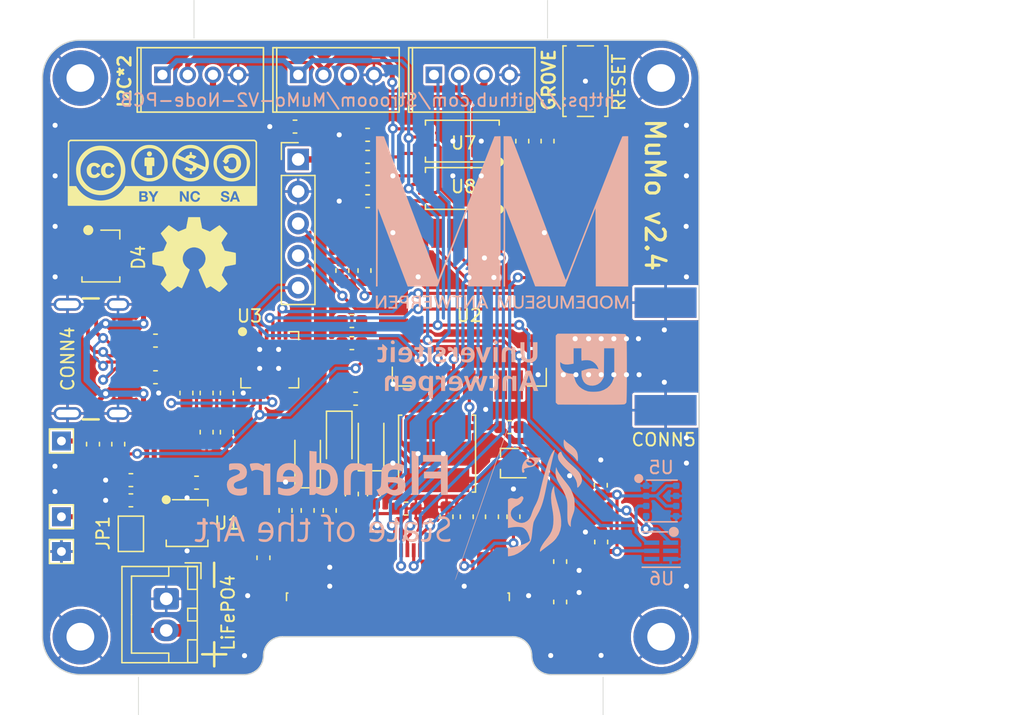
<source format=kicad_pcb>
(kicad_pcb (version 20221018) (generator pcbnew)
  (title_block (comment 4 "AISLER Project ID: WJAGVHFZ"))
  (layers (0 "F.Cu" signal) (31 "B.Cu" signal) (34 "B.Paste" user) (35 "F.Paste" user) (36 "B.SilkS" user "B.Silkscreen") (37 "F.SilkS" user "F.Silkscreen") (38 "B.Mask" user) (39 "F.Mask" user) (44 "Edge.Cuts" user))
  (net 0 "")
  (net 1 "GND")
  (net 2 "VGH")
  (net 3 "VSH")
  (net 4 "VSL")
  (net 5 "VGL")
  (net 6 "VCOM")
  (net 7 "PREVGH")
  (net 8 "Net-(CONN3-Pin_18)")
  (net 9 "GATE-DRIVE")
  (net 10 "DISPLAY-RESET")
  (net 11 "DISPLAY-D{slash}C")
  (net 12 "DISPLAY-CS")
  (net 13 "SPI2-SCK")
  (net 14 "SPI2-MOSI")
  (net 15 "CURRENT-SENSE")
  (net 16 "VBUS")
  (net 17 "PREVGL")
  (net 18 "I2C2-SCL")
  (net 19 "I2C2-SDA")
  (net 20 "Net-(D1-A)")
  (net 21 "Net-(D3-A)")
  (net 22 "Net-(JP1-A)")
  (net 26 "SWO")
  (net 28 "Net-(U1-PROG)")
  (net 29 "Net-(CONN5-In)")
  (net 33 "SWDIO")
  (net 34 "SWCLK")
  (net 35 "3V")
  (net 36 "RST")
  (net 37 "D-")
  (net 38 "D+")
  (net 39 "WRITE-PROTECT")
  (net 40 "DISPLAY-BUSY")
  (net 41 "+BATT")
  (net 42 "MCU-RESET")
  (net 43 "UART1-TX")
  (net 44 "UART1-RX")
  (net 45 "UART2-RX")
  (net 46 "UART2-TX")
  (net 66 "Net-(CONN4-CC1)")
  (net 68 "Net-(CONN4-CC2)")
  (net 70 "+5V")
  (footprint "thisProjectLibrary:0603_1608Metric" (layer "F.Cu") (at 168.7808 70.308 180)
    (fp_text reference "C2" hide)
    (fp_text value "100n")
  )
  (footprint "thisProjectLibrary:0603_1608Metric" (layer "F.Cu") (at 168.5308 75.808 -90)
    (fp_text reference "C3" hide)
    (fp_text value "100n")
  )
  (footprint "thisProjectLibrary:0603_1608Metric" (layer "F.Cu") (at 183.0308 65.558 90)
    (fp_text reference "C8" hide)
    (fp_text value "100n")
  )
  (footprint "thisProjectLibrary:0603_1608Metric" (layer "F.Cu") (at 187.2488 92.8116 90)
    (fp_text reference "C1" hide)
    (fp_text value "100n")
  )
  (footprint "thisProjectLibrary:0603_1608Metric" (layer "F.Cu") (at 167.5308 93.508 -90)
    (fp_text reference "C18" hide)
    (fp_text value "1uF")
  )
  (footprint "thisProjectLibrary:0603_1608Metric" (layer "F.Cu") (at 181.0308 69.308 -90)
    (fp_text reference "R9" hide)
    (fp_text value "5K1")
  )
  (footprint "Diode_SMD:D_SMF" (layer "F.Cu") (at 169.0558 89.308 90)
    (fp_text reference "D3" hide)
    (fp_text value "SS1FL3HM3/H" hide)
  )
  (footprint "thisProjectLibrary:0603_1608Metric" (layer "F.Cu") (at 151.9808 84.258 180)
    (fp_text reference "R7" hide)
    (fp_text value "5K1")
  )
  (footprint "Connector_PinHeader_2.54mm:PinHeader_1x05_P2.54mm_Vertical" (layer "F.Cu") (at 163.2808 67.008)
    (fp_text reference "CONN1" hide)
    (fp_text value "DEBUG-SWD" hide)
  )
  (footprint "thisProjectLibrary:DFN10 - MCP73123" (layer "F.Cu") (at 154.4808 95.808 -90)
    (fp_text reference "U1")
    (fp_text value "MCP73123T-22SI/MF")
  )
  (footprint "TestPoint:TestPoint_THTPad_1.5x1.5mm_Drill0.7mm" (layer "F.Cu") (at 144.5308 95.308)
    (fp_text reference "TP2" hide)
    (fp_text value "testPad" hide)
  )
  (footprint "thisProjectLibrary:0603_1608Metric" (layer "F.Cu") (at 164.0308 94.808 -90)
    (fp_text reference "C17" hide)
    (fp_text value "1uF")
  )
  (footprint "thisProjectLibrary:TSSOP-B8" (layer "F.Cu") (at 176.2808 65.558 180)
    (fp_text reference "U7")
    (fp_text value "BR24G512FVT-5AE2" hide)
  )
  (footprint "Package_TO_SOT_SMD:SOT-323_SC-70" (layer "F.Cu") (at 180.0308 91.058 180)
    (fp_text reference "Q1" hide)
    (fp_text value "PJC7400" hide)
  )
  (footprint "thisProjectLibrary:0603_1608Metric" (layer "F.Cu") (at 160.5308 98.558 90)
    (fp_text reference "C23" hide)
    (fp_text value "4u7")
  )
  (footprint "thisProjectLibrary:0603_1608Metric" (layer "F.Cu") (at 156.0308 85.508 -90)
    (fp_text reference "C30" hide)
    (fp_text value "4u7")
  )
  (footprint "thisProjectLibrary:0603_1608Metric" (layer "F.Cu") (at 157.6308 88.608 -90)
    (fp_text reference "C6" hide)
    (fp_text value "100n")
  )
  (footprint "Jumper:SolderJumper-2_P1.3mm_Bridged2Bar_Pad1.0x1.5mm" (layer "F.Cu") (at 150.0308 96.658 -90)
    (fp_text reference "JP1")
    (fp_text value "Cut to disable charging" hide)
  )
  (footprint "Diode_SMD:D_SMF" (layer "F.Cu") (at 164.0308 90.658 90)
    (fp_text reference "D1" hide)
    (fp_text value "SS1FL3HM3/H" hide)
  )
  (footprint "thisProjectLibrary:L_TDK_VLS6045EX" (layer "F.Cu") (at 174.2808 90.308 90)
    (fp_text reference "L1" hide)
    (fp_text value "47uH")
  )
  (footprint "thisProjectLibrary:0603_1608Metric" (layer "F.Cu") (at 175.0308 95.308 -90)
    (fp_text reference "C12" hide)
    (fp_text value "1uF")
  )
  (footprint "thisProjectLibrary:Molex-2171790001" (layer "F.Cu") (at 144.8308 82.808 -90)
    (fp_text reference "CONN4")
    (fp_text value "217179-0001")
  )
  (footprint "thisProjectLibrary:0603_1608Metric" (layer "F.Cu") (at 156.0308 88.608 -90)
    (fp_text reference "C29" hide)
    (fp_text value "4u7")
  )
  (footprint "thisProjectLibrary:0603_1608Metric" (layer "F.Cu") (at 168.7808 68.558 180)
    (fp_text reference "C27" hide)
    (fp_text value "4u7")
  )
  (footprint "Symbol:OSHW-Symbol_6.7x6mm_SilkScreen" (layer "F.Cu") (at 155.0308 74.558)
    (fp_text reference "U4" hide)
    (fp_text value "eInk_Display_1.54\"200x200px" hide)
  )
  (footprint "Diode_SMD:D_SMF" (layer "F.Cu") (at 166.5308 89.308 -90)
    (fp_text reference "D2" hide)
    (fp_text value "SS1FL3HM3/H" hide)
  )
  (footprint "thisProjectLibrary:0603_1608Metric" (layer "F.Cu") (at 168.7808 65.058 180)
    (fp_text reference "C24" hide)
    (fp_text value "4u7")
  )
  (footprint "thisProjectLibrary:0603_1608Metric" (layer "F.Cu") (at 147.0308 89.558 -90)
    (fp_text reference "R5" hide)
    (fp_text value "22K1")
  )
  (footprint "thisProjectLibrary:0603_1608Metric" (layer "F.Cu") (at 169.2808 93.508 -90)
    (fp_text reference "C14" hide)
    (fp_text value "1uF")
  )
  (footprint "thisProjectLibrary:0603_1608Metric" (layer "F.Cu") (at 165.7808 94.808 -90)
    (fp_text reference "C15" hide)
    (fp_text value "1uF")
  )
  (footprint "thisProjectLibrary:0603_1608Metric" (layer "F.Cu") (at 149.0308 89.558 90)
    (fp_text reference "R6" hide)
    (fp_text value "47K5")
  )
  (footprint "thisProjectLibrary:cc-logo" (layer "F.Cu") (at 152.5308 68.058)
    (fp_text reference "G***" hide)
    (fp_text value "LOGO" hide)
  )
  (footprint "thisProjectLibrary:0603_1608Metric" (layer "F.Cu") (at 151.9808 81.358 180)
    (fp_text reference "R8" hide)
    (fp_text value "5K1")
  )
  (footprint "thisProjectLibrary:0603_1608Metric" (layer "F.Cu") (at 155.2308 92.608 180)
    (fp_text reference "R2" hide)
    (fp_text value "3K3")
  )
  (footprint "thisProjectLibrary:Grove_Vertical" (layer "F.Cu") (at 177.0308 60.308)
    (fp_text reference "CONN6" hide)
    (fp_text value "Grove Vertical THT")
  )
  (footprint "thisProjectLibrary:0603_1608Metric" (layer "F.Cu") (at 184.0308 98.858 -90)
    (fp_text reference "C21" hide)
    (fp_text value "4u7")
  )
  (footprint "thisProjectLibrary:0603_1608Metric" (layer "F.Cu") (at 150.0308 94.008 180)
    (fp_text reference "C42" hide)
    (fp_text value "10uF")
  )
  (footprint "Fiducial:Fiducial_0.75mm_Mask1.5mm" (layer "F.Cu") (at 192.0308 100.808)
    (fp_text reference "F3" hide)
    (fp_text value "Fiducial" hide)
  )
  (footprint "thisProjectLibrary:SP0503BAHTG-SOT143" (layer "F.Cu") (at 147.6558 74.808 -90)
    (fp_text reference "D4")
    (fp_text value "SP0503BAHTG")
  )
  (footprint "thisProjectLibrary:TSSOP-B8" (layer "F.Cu") (at 176.2808 69.308 180)
    (fp_text reference "U8")
    (fp_text value "BR24G512FVT-5AE2" hide)
  )
  (footprint "Connector_JST:JST_XH_B2B-XH-A_1x02_P2.50mm_Vertical" (layer "F.Cu") (at 152.8308 101.808 -90)
    (fp_text reference "CONN2" hide)
    (fp_text value "B2B-XH-A(LF)(SN)" hide)
  )
  (footprint "thisProjectLibrary:0603_1608Metric" (layer "F.Cu") (at 167.5308 79.808)
    (fp_text reference "R11" hide)
    (fp_text value "5K1")
  )
  (footprint "thisProjectLibrary:0603_1608Metric" (layer "F.Cu") (at 166.7808 75.808 -90)
    (fp_text reference "C26" hide)
    (fp_text value "4u7")
  )
  (footprint "thisProjectLibrary:0603_1608Metric" (layer "F.Cu") (at 178.6308 95.308 -90)
    (fp_text reference "R1" hide)
    (fp_text value "2R2")
  )
  (footprint "thisProjectLibrary:LoRa-E5" (layer "F.Cu") (at 176.8308 78.858)
    (fp_text reference "U2")
    (fp_text value "LoRa-E5")
  )
  (footprint "Fiducial:Fiducial_0.75mm_Mask1.5mm" (layer "F.Cu") (at 145.5308 100.808)
    (fp_text reference "F2" hide)
    (fp_text value "Fiducial" hide)
  )
  (footprint "thisProjectLibrary:0603_1608Metric" (layer "F.Cu") (at 187.2808 97.308 90)
    (fp_text reference "C5" hide)
    (fp_text value "100n")
  )
  (footprint "thisProjectLibrary:SW_SPST_PTS815" (layer "F.Cu") (at 186.0308 60.808 90)
    (fp_text reference "SW1" hide)
    (fp_text value "Reset" hide)
  )
  (footprint "TestPoint:TestPoint_THTPad_1.5x1.5mm_Drill0.7mm" (layer "F.Cu") (at 144.5308 98.058 -90)
    (fp_text reference "TP1" hide)
    (fp_text value "testPad" hide)
  )
  (footprint "thisProjectLibrary:Grove_Vertical" (layer "F.Cu") (at 155.5308 60.308)
    (fp_text reference "CONN8" hide)
    (fp_text value "Grove Vertical THT")
  )
  (footprint "thisProjectLibrary:0603_1608Metric" (layer "F.Cu") (at 180.3308 95.308 -90)
    (fp_text reference "R4" hide)
    (fp_text value "10K")
  )
  (footprint "thisProjectLibrary:0603_1608Metric" (layer "F.Cu") (at 167.8308 85.958)
    (fp_text reference "C31" hide)
    (fp_text value "4u7")
  )
  (footprint "thisProjectLibrary:0603_1608Metric" (layer "F.Cu") (at 180.0308 88.208)
    (fp_text reference "C41" hide)
    (fp_text value "10uF")
  )
  (footprint "MountingHole:MountingHole_2.2mm_M2_Pad" (layer "F.Cu") (at 192.0308 104.808)
    (fp_text reference "H2" hide)
    (fp_text value "M2" hide)
  )
  (footprint "MountingHole:MountingHole_2.2mm_M2_Pad" (layer "F.Cu") (at 146.0308 60.558)
    (fp_text reference "H3" hide)
    (fp_text value "M2" hide)
  )
  (footprint "thisProjectLibrary:0603_1608Metric" (layer "F.Cu") (at 181.0308 65.558 90)
    (fp_text reference "C22" hide)
    (fp_text value "4u7")
  )
  (footprint "thisProjectLibrary:0603_1608Metric" (layer "F.Cu") (at 168.7808 66.808 180)
    (fp_text reference "C4" hide)
    (fp_text value "100n")
  )
  (footprint "thisProjectLibrary:0603_1608Metric" (layer "F.Cu") (at 171.8308 94.658 180)
    (fp_text reference "C13" hide)
    (fp_text value "1uF")
  )
  (footprint "MountingHole:MountingHole_2.2mm_M2_Pad" (layer "F.Cu") (at 192.0308 60.558)
    (fp_text reference "H1" hide)
    (fp_text value "M2" hide)
  )
  (footprint "TestPoint:TestPoint_THTPad_1.5x1.5mm_Drill0.7mm" (layer "F.Cu") (at 144.5308 89.308)
    (fp_text reference "TP3" hide)
    (fp_text value "testPad" hide)
  )
  (footprint "thisProjectLibrary:LINX_CONSMA020.062-G" (layer "F.Cu") (at 194.8308 82.608 90)
    (fp_text reference "CONN5")
    (fp_text value "Conn_Coaxial_Power")
  )
  (footprint "thisProjectLibrary:0603_1608Metric" (layer "F.Cu") (at 150.0308 92.408 180)
    (fp_text reference "C32" hide)
    (fp_text value "4u7")
  )
  (footprint "Fiducial:Fiducial_0.75mm_Mask1.5mm" (layer "F.Cu") (at 146.0308 64.308)
    (fp_text reference "F1" hide)
    (fp_text value "Fiducial" hide)
  )
  (footprint "thisProjectLibrary:QFN24 - CP2102N" (layer "F.Cu") (at 161.0308 82.808)
    (fp_text reference "U3")
    (fp_text value "CP2102N-Axx-xQFN24")
  )
  (footprint "thisProjectLibrary:0603_1608Metric" (layer "F.Cu") (at 176.6308 95.308 -90)
    (fp_text reference "C11" hide)
    (fp_text value "1uF")
  )
  (footprint "thisProjectLibrary:TE_2-1734839-4_1x24-1MP_P0.5mm_Horizontal" (layer "F.Cu") (at 171.1808 99.308)
    (fp_text reference "CONN3" hide)
    (fp_text value "ePaper" hide)
  )
  (footprint "thisProjectLibrary:0603_1608Metric" (layer "F.Cu") (at 154.4308 85.508 -90)
    (fp_text reference "R3" hide)
    (fp_text value "1K")
  )
  (footprint "thisProjectLibrary:0603_1608Metric" (layer "F.Cu") (at 184.0308 102.058 90)
    (fp_text reference "C25" hide)
    (fp_text value "4u7")
  )
  (footprint "MountingHole:MountingHole_2.2mm_M2_Pad" (layer "F.Cu") (at 146.0308 104.808)
    (fp_text reference "H4" hide)
    (fp_text value "M2" hide)
  )
  (footprint "thisProjectLibrary:0603_1608Metric" (layer "F.Cu") (at 157.6308 85.508 -90)
    (fp_text reference "C7" hide)
    (fp_text value "100n")
  )
  (footprint "thisProjectLibrary:0603_1608Metric" (layer "F.Cu") (at 162.2808 94.808 -90)
    (fp_text reference "C16" hide)
    (fp_text value "1uF")
  )
  (footprint "thisProjectLibrary:0603_1608Metric" (layer "F.Cu") (at 163.0308 64.408 180)
    (fp_text reference "C28" hide)
    (fp_text value "4u7")
  )
  (footprint "thisProjectLibrary:0603_1608Metric" (layer "F.Cu") (at 167.5308 81.558)
    (fp_text reference "R10" hide)
    (fp_text value "5K1")
  )
  (footprint "thisProjectLibrary:Grove_Vertical" (layer "F.Cu") (at 166.2808 60.308)
    (fp_text reference "CONN7" hide)
    (fp_text value "Grove Vertical THT")
  )
  (footprint "thisProjectLibrary:logoMoMu20mm" (layer "B.Cu") (at 179.4308 72.008 180)
    (fp_text reference "G***" hide)
    (fp_text value "LOGO" hide)
  )
  (footprint "thisProjectLibrary:TSL2591-SON" (layer "B.Cu") (at 192.0308 98.008 180)
    (fp_text reference "U6")
    (fp_text value "TSL25911")
  )
  (footprint "thisProjectLibrary:logoFlanders" (layer "B.Cu") (at 170.4308 94.008 180)
    (fp_text reference "G***" hide)
    (fp_text value "LOGO" hide)
  )
  (footprint "thisProjectLibrary:Bosch_BME680" (layer "B.Cu") (at 192.0308 94.058 -90)
    (fp_text reference "U5")
    (fp_text value "BME680")
  )
  (footprint "thisProjectLibrary:logoUA30mm" (layer "B.Cu") (at 179.4308 83.608 180)
    (fp_text reference "G***" hide)
    (fp_text value "LOGO" hide)
  )
  (gr_line (start 146.0308 107.808) (end 159.0308 107.808) (stroke (width 0.1)) (layer "Edge.Cuts"))
  (gr_arc (start 146.0308 107.808) (mid 143.90948 106.92932) (end 143.0308 104.808) (stroke (width 0.1)) (layer "Edge.Cuts"))
  (gr_line (start 155.0308 57.408) (end 155.0308 54.408) (stroke (width 0.05588)) (layer "Edge.Cuts"))
  (gr_arc (start 143.0308 60.558) (mid 143.90948 58.43668) (end 146.0308 57.558) (stroke (width 0.1)) (layer "Edge.Cuts"))
  (gr_line (start 146.0308 57.558) (end 192.0308 57.558) (stroke (width 0.1)) (layer "Edge.Cuts"))
  (gr_arc (start 183.2808 107.808) (mid 182.22014 107.36866) (end 181.7808 106.308) (stroke (width 0.1)) (layer "Edge.Cuts"))
  (gr_arc (start 180.2808 104.808) (mid 181.34146 105.24734) (end 181.7808 106.308) (stroke (width 0.1)) (layer "Edge.Cuts"))
  (gr_line (start 183.0308 57.408) (end 183.0308 54.408) (stroke (width 0.05588)) (layer "Edge.Cuts"))
  (gr_arc (start 195.0308 104.808) (mid 194.15212 106.92932) (end 192.0308 107.808) (stroke (width 0.1)) (layer "Edge.Cuts"))
  (gr_arc (start 192.0308 57.558) (mid 194.15212 58.43668) (end 195.0308 60.558) (stroke (width 0.1)) (layer "Edge.Cuts"))
  (gr_line (start 143.0308 60.558) (end 143.0308 104.808) (stroke (width 0.1)) (layer "Edge.Cuts"))
  (gr_arc (start 160.5308 106.308) (mid 160.09146 107.36866) (end 159.0308 107.808) (stroke (width 0.1)) (layer "Edge.Cuts"))
  (gr_line (start 150.6308 108.008) (end 150.6308 111.008) (stroke (width 0.05588)) (layer "Edge.Cuts"))
  (gr_line (start 187.4308 108.008) (end 187.4308 111.008) (stroke (width 0.05588)) (layer "Edge.Cuts"))
  (gr_arc (start 160.5308 106.308) (mid 160.97014 105.24734) (end 162.0308 104.808) (stroke (width 0.1)) (layer "Edge.Cuts"))
  (gr_line (start 180.2808 104.808) (end 162.0308 104.808) (stroke (width 0.1)) (layer "Edge.Cuts"))
  (gr_line (start 183.2808 107.808) (end 192.0308 107.808) (stroke (width 0.1)) (layer "Edge.Cuts"))
  (gr_line (start 195.0308 60.558) (end 195.0308 104.808) (stroke (width 0.1)) (layer "Edge.Cuts"))
  (gr_text "https://github.com/Strooom/MuMo-V2-Node-PCB" (at 168.7808 62.308) (layer "B.SilkS") (effects (font (size 1 1)) (justify mirror)))
  (gr_text "MuMo v2.4" (at 191.5308 69.808 270) (layer "F.SilkS") (effects (font (size 1.5 1.5) (thickness 0.25))))
  (gr_text "-" (at 156.4308 99.908 90) (layer "F.SilkS") (effects (font (size 2.5 2.5) (thickness 0.2))))
  (gr_text "+" (at 156.6308 106.008) (layer "F.SilkS") (effects (font (size 2.5 2.5) (thickness 0.2))))
  (segment (start 154.9808 95.308) (end 154.4808 95.808) (width 0.25) (layer "F.Cu") (net 1))
  (segment (start 156.1308 95.308) (end 154.9808 95.308) (width 0.25) (layer "F.Cu") (net 1))
  (segment (start 156.1308 95.808) (end 154.4808 95.808) (width 0.25) (layer "F.Cu") (net 1))
  (segment (start 154.4808 93.808) (end 154.4808 98.008) (width 0.4) (layer "F.Cu") (net 1))
  (via (at 182.7808 72.808) (size 0.8) (drill 0.4) (layers "F.Cu" "B.Cu") (net 1))
  (via (at 185.5308 99.558) (size 0.8) (drill 0.4) (layers "F.Cu" "B.Cu") (net 1))
  (via (at 152.2308 85.508) (size 0.8) (drill 0.4) (layers "F.Cu" "B.Cu") (net 1))
  (via (at 144.0308 68.308) (size 0.8) (drill 0.4) (layers "F.Cu" "B.Cu") (net 1))
  (via (at 194.0308 68.308) (size 0.8) (drill 0.4) (layers "F.Cu" "B.Cu") (net 1))
  (via (at 172.7808 76.308) (size 0.8) (drill 0.4) (layers "F.Cu" "B.Cu") (net 1))
  (via (at 187.2808 84.058) (size 0.8) (drill 0.4) (layers "F.Cu" "B.Cu") (net 1))
  (via (at 185.2808 84.058) (size 0.8) (drill 0.4) (layers "F.Cu" "B.Cu") (net 1))
  (via (at 194.0308 91.058) (size 0.8) (drill 0.4) (layers "F.Cu" "B.Cu") (net 1))
  (via (at 160.2308 82.058) (size 0.8) (drill 0.4) (layers "F.Cu" "B.Cu") (net 1))
  (via (at 194.0308 89.058) (size 0.8) (drill 0.4) (layers "F.Cu" "B.Cu") (net 1))
  (via (at 192.2808 80.508) (size 0.8) (drill 0.4) (layers "F.Cu" "B.Cu") (net 1))
  (via (at 158.9308 85.508) (size 0.8) (drill 0.4) (layers "F.Cu" "B.Cu") (net 1))
  (via (at 161.0308 64.408) (size 0.8) (drill 0.4) (layers "F.Cu" "B.Cu") (net 1))
  (via (at 186.2808 84.058) (size 0.8) (drill 0.4) (layers "F.Cu" "B.Cu") (net 1))
  (via (at 177.7808 68.308) (size 0.8) (drill 0.4) (layers "F.Cu" "B.Cu") (net 1))
  (via (at 182.2808 84.058) (size 0.8) (drill 0.4) (layers "F.Cu" "B.Cu") (net 1))
  (via (at 174.7808 90.308) (size 0.8) (drill 0.4) (layers "F.Cu" "B.Cu") (net 1))
  (via (at 166.5308 70.308) (size 0.8) (drill 0.4) (layers "F.Cu" "B.Cu") (net 1))
  (via (at 170.7808 72.808) (size 0.8) (drill 0.4) (layers "F.Cu" "B.Cu") (net 1))
  (via (at 148.0308 94.008) (size 0.8) (drill 0.4) (layers "F.Cu" "B.Cu") (net 1))
  (via (at 165.7808 100.808) (size 0.8) (drill 0.4) (layers "F.Cu" "B.Cu") (net 1))
  (via (at 188.2808 81.208) (size 0.8) (drill 0.4) (layers "F.Cu" "B.Cu") (net 1))
  (via (at 148.0308 92.408) (size 0.8) (drill 0.4) (layers "F.Cu" "B.Cu") (net 1))
  (via (at 162.2808 92.558) (size 0.8) (drill 0.4) (layers "F.Cu" "B.Cu") (net 1))
  (via (at 194.0308 76.308) (size 0.8) (drill 0.4) (layers "F.Cu" "B.Cu") (net 1))
  (via (at 170.7808 84.7945) (size 0.8) (drill 0.4) (layers "F.Cu" "B.Cu") (net 1))
  (via (at 187.270498 106.288654) (size 0.8) (drill 0.4) (layers "F.Cu" "B.Cu") (net 1))
  (via (at 194.0308 100.808) (size 0.8) (drill 0.4) (layers "F.Cu" "B.Cu") (net 1))
  (via (at 194.011454 72.308) (size 0.8) (drill 0.4) (layers "F.Cu" "B.Cu") (net 1))
  (via (at 188.2808 84.058) (size 0.8) (drill 0.4) (layers "F.Cu" "B.Cu") (net 1))
  (via (at 184.7808 92.058) (size 0.8) (drill 0.4) (layers "F.Cu" "B.Cu") (net 1))
  (via (at 187.2488 90.808) (size 0.8) (drill 0.4) (layers "F.Cu" "B.Cu") (net 1))
  (via (at 186.2808 81.208) (size 0.8) (drill 0.4) (layers "F.Cu" "B.Cu") (net 1))
  (via (at 166.5308 65.058) (size 0.8) (drill 0.4) (layers "F.Cu" "B.Cu") (net 1))
  (via (at 172.7808 90.308) (size 0.8) (drill 0.4) (layers "F.Cu" "B.Cu") (net 1))
  (via (at 183.2808 106.29943) (size 0.8) (drill 0.4) (layers "F.Cu" "B.Cu") (net 1))
  (via (at 160.2308 83.558) (size 0.8) (drill 0.4) (layers "F.Cu" "B.Cu") (net 1))
  (via (at 185.2168 81.208) (size 0.8) (drill 0.4) (layers "F.Cu" "B.Cu") (net 1))
  (via (at 184.2808 84.058) (size 0.8) (drill 0.4) (layers "F.Cu" "B.Cu") (net 1))
  (via (at 189.2808 81.208) (size 0.8) (drill 0.4) (layers "F.Cu" "B.Cu") (net 1))
  (via (at 175.5308 68.308) (size 0.8) (drill 0.4) (layers "F.Cu" "B.Cu") (net 1))
  (via (at 181.5308 101.558) (size 0.8) (drill 0.4) (layers "F.Cu" "B.Cu") (net 1))
  (via (at 187.2808 81.208) (size 0.8) (drill 0.4) (layers "F.Cu" "B.Cu") (net 1))
  (via (at 154.4808 98.008) (size 0.8) (drill 0.4) (layers "F.Cu" "B.Cu") (net 1))
  (via (at 159.0308 106.308) (size 0.8) (drill 0.4) (layers "F.Cu" "B.Cu") (net 1))
  (via (at 144.028354 64.303675) (size 0.8) (drill 0.4) (layers "F.Cu" "B.Cu") (net 1))
  (via (at 144.017351 93.308) (size 0.8) (drill 0.4) (layers "F.Cu" "B.Cu") (net 1))
  (via (at 180.3308 93.108) (size 0.8) (drill 0.4) (layers "F.Cu" "B.Cu") (net 1))
  (via (at 144.017351 91.306505) (size 0.8) (drill 0.4) (layers "F.Cu" "B.Cu") (net 1))
  (via (at 144.0308 76.308) (size 0.8) (drill 0.4) (layers "F.Cu" "B.Cu") (net 1))
  (via (at 178.1308 86.808) (size 0.8) (drill 0.4) (layers "F.Cu" "B.Cu") (net 1))
  (via (at 165.7808 99.308) (size 0.8) (drill 0.4) (layers "F.Cu" "B.Cu") (net 1))
  (via (at 161.7308 83.558) (size 0.8) (drill 0.4) (layers "F.Cu" "B.Cu") (net 1))
  (via (at 190.2808 84.058) (size 0.8) (drill 0.4) (layers "F.Cu" "B.Cu") (net 1))
  (via (at 194.0308 64.308) (size 0.8) (drill 0.4) (layers "F.Cu" "B.Cu") (net 1))
  (via (at 161.7308 82.058) (size 0.8) (drill 0.4) (layers "F.Cu" "B.Cu") (net 1))
  (via (at 177.7808 65.558) (size 0.8) (drill 0.4) (layers "F.Cu" "B.Cu") (net 1))
  (via (at 159.2808 101.558) (size 0.8) (drill 0.4) (layers "F.Cu" "B.Cu") (net 1))
  (via (at 192.2808 84.653928) (size 0.8) (drill 0.4) (layers "F.Cu" "B.Cu") (net 1))
  (via (at 190.2308 81.208) (size 0.8) (drill 0.4) (layers "F.Cu" "B.Cu") (net 1))
  (via (at 170.7808 91.058) (size 0.8) (drill 0.4) (layers "F.Cu" "B.Cu") (net 1))
  (via (at 144.0308 72.308) (size 0.8) (drill 0.4) (layers "F.Cu" "B.Cu") (net 1))
  (via (at 185.5308 101.308) (size 0.8) (drill 0.4) (layers "F.Cu" "B.Cu") (net 1))
  (via (at 154.4808 93.808) (size 0.8) (drill 0.4) (layers "F.Cu" "B.Cu") (net 1))
  (via (at 175.5308 65.558) (size 0.8) (drill 0.4) (layers "F.Cu" "B.Cu") (net 1))
  (via (at 189.2808 84.058) (size 0.8) (drill 0.4) (layers "F.Cu" "B.Cu") (net 1))
  (via (at 176.4308 100.808) (size 0.8) (drill 0.4) (layers "F.Cu" "B.Cu") (net 1))
  (via (at 186.0308 60.808) (size 0.8) (drill 0.4) (layers "F.Cu" "B.Cu") (net 1))
  (via (at 186.0308 96.52) (size 0.8) (drill 0.4) (layers "F.Cu" "B.Cu") (net 1))
  (segment (start 174.9308 96.183) (end 175.0308 96.083) (width 0.25) (layer "F.Cu") (net 2))
  (segment (start 174.9308 97.958) (end 174.9308 96.183) (width 0.25) (layer "F.Cu") (net 2))
  (segment (start 169.2808 94.283) (end 167.4308 96.133) (width 0.25) (layer "F.Cu") (net 3))
  (segment (start 167.4308 96.133) (end 167.4308 97.958) (width 0.25) (layer "F.Cu") (net 3))
  (segment (start 166.4308 96.508) (end 166.4308 97.958) (width 0.25) (layer "F.Cu") (net 4))
  (segment (start 165.7808 95.583) (end 165.7808 95.858) (width 0.25) (layer "F.Cu") (net 4))
  (segment (start 165.7808 95.858) (end 166.4308 96.508) (width 0.25) (layer "F.Cu") (net 4))
  (segment (start 175.4308 97.108) (end 176.4558 96.083) (width 0.25) (layer "F.Cu") (net 5))
  (segment (start 175.4308 97.958) (end 175.4308 97.108) (width 0.25) (layer "F.Cu") (net 5))
  (segment (start 176.4558 96.083) (end 176.6308 96.083) (width 0.25) (layer "F.Cu") (net 5))
  (segment (start 163.6558 96.958) (end 165.0808 96.958) (width 0.25) (layer "F.Cu") (net 6))
  (segment (start 165.4308 97.308) (end 165.4308 97.958) (width 0.25) (layer "F.Cu") (net 6))
  (segment (start 162.2808 95.583) (end 163.6558 96.958) (width 0.25) (layer "F.Cu") (net 6))
  (segment (start 165.0808 96.958) (end 165.4308 97.308) (width 0.25) (layer "F.Cu") (net 6))
  (segment (start 167.5308 94.283) (end 168.4308 93.383) (width 0.25) (layer "F.Cu") (net 7))
  (segment (start 168.4308 93.383) (end 168.4308 91.383) (width 0.25) (layer "F.Cu") (net 7))
  (segment (start 168.4308 91.383) (end 169.0558 90.758) (width 0.25) (layer "F.Cu") (net 7))
  (segment (start 166.9308 97.958) (end 166.9308 94.883) (width 0.25) (layer "F.Cu") (net 7))
  (segment (start 166.9308 94.883) (end 167.5308 94.283) (width 0.25) (layer "F.Cu") (net 7))
  (segment (start 168.4308 96.008) (end 169.3808 95.058) (width 0.25) (layer "F.Cu") (net 8))
  (segment (start 169.3808 95.058) (end 170.6558 95.058) (width 0.25) (layer "F.Cu") (net 8))
  (segment (start 170.6558 95.058) (end 171.0558 94.658) (width 0.25) (layer "F.Cu") (net 8))
  (segment (start 168.4308 97.958) (end 168.4308 96.008) (width 0.25) (layer "F.Cu") (net 8))
  (segment (start 181.0308 91.708) (end 181.2308 91.908) (width 0.25) (layer "F.Cu") (net 9))
  (segment (start 180.3308 97.408) (end 180.3308 96.083) (width 0.25) (layer "F.Cu") (net 9))
  (segment (start 181.2308 91.908) (end 181.2308 95.183) (width 0.25) (layer "F.Cu") (net 9))
  (segment (start 181.2308 95.183) (end 180.3308 96.083) (width 0.25) (layer "F.Cu") (net 9))
  (segment (start 176.4308 97.958) (end 176.4308 99.208) (width 0.25) (layer "F.Cu") (net 9))
  (via (at 180.3308 97.408) (size 0.8) (drill 0.4) (layers "F.Cu" "B.Cu") (net 9))
  (via (at 176.4308 99.208) (size 0.8) (drill 0.4) (layers "F.Cu" "B.Cu") (net 9))
  (segment (start 176.4308 99.208) (end 177.0308 99.208) (width 0.25) (layer "B.Cu") (net 9))
  (segment (start 178.8308 97.408) (end 180.3308 97.408) (width 0.25) (layer "B.Cu") (net 9))
  (segment (start 177.0308 99.208) (end 178.8308 97.408) (width 0.25) (layer "B.Cu") (net 9))
  (segment (start 172.4308 99.208) (end 172.4308 97.958) (width 0.25) (layer "F.Cu") (net 10))
  (segment (start 179.3348 74.479305) (end 179.3348 72.867) (width 0.25) (layer "F.Cu") (net 10))
  (segment (start 179.3308 74.808) (end 179.3308 74.483305) (width 0.25) (layer "F.Cu") (net 10))
  (segment (start 179.3308 74.483305) (end 179.3348 74.479305) (width 0.25) (layer "F.Cu") (net 10))
  (via (at 179.3308 74.808) (size 0.8) (drill 0.4) (layers "F.Cu" "B.Cu") (net 10))
  (via (at 172.4308 99.208) (size 0.8) (drill 0.4) (layers "F.Cu" "B.Cu") (net 10))
  (segment (start 172.9558 98.683) (end 172.4308 99.208) (width 0.25) (layer "B.Cu") (net 10))
  (segment (start 179.3308 74.808) (end 179.5308 75.008) (width 0.25) (layer "B.Cu") (net 10))
  (segment (start 179.5308 88.608) (end 172.9558 95.183) (width 0.25) (layer "B.Cu") (net 10))
  (segment (start 172.9558 95.183) (end 172.9558 98.683) (width 0.25) (layer "B.Cu") (net 10))
  (segment (start 179.5308 75.008) (end 179.5308 88.608) (width 0.25) (layer "B.Cu") (net 10))
  (segment (start 171.9308 96.908) (end 171.9308 97.958) (width 0.25) (layer "F.Cu") (net 11))
  (segment (start 175.5848 74.162) (end 175.5848 72.867) (width 0.25) (layer "F.Cu") (net 11))
  (segment (start 178.7808 76.358) (end 178.0308 75.608) (width 0.25) (layer "F.Cu") (net 11))
  (segment (start 172.1553 96.008) (end 172.1553 96.6835) (width 0.25) (layer "F.Cu") (net 11))
  (segment (start 172.1553 96.6835) (end 171.9308 96.908) (width 0.25) (layer "F.Cu") (net 11))
  (segment (start 178.0308 75.608) (end 177.0308 75.608) (width 0.25) (layer "F.Cu") (net 11))
  (segment (start 177.0308 75.608) (end 175.5848 74.162) (width 0.25) (layer "F.Cu") (net 11))
  (via (at 172.1553 96.008) (size 0.8) (drill 0.4) (layers "F.Cu" "B.Cu") (net 11))
  (via (at 178.7808 76.358) (size 0.8) (drill 0.4) (layers "F.Cu" "B.Cu") (net 11))
  (segment (start 172.1553 94.9335) (end 172.1553 96.008) (width 0.25) (layer "B.Cu") (net 11))
  (segment (start 179.0308 76.608) (end 179.0308 88.058) (width 0.25) (layer "B.Cu") (net 11))
  (segment (start 178.7808 76.358) (end 179.0308 76.608) (width 0.25) (layer "B.Cu") (net 11))
  (segment (start 179.0308 88.058) (end 172.1553 94.9335) (width 0.25) (layer "B.Cu") (net 11))
  (segment (start 176.842947 86.620147) (end 176.8348 86.612) (width 0.25) (layer "F.Cu") (net 12))
  (segment (start 176.8348 86.612) (end 176.8348 84.867) (width 0.25) (layer "F.Cu") (net 12))
  (segment (start 171.4308 99.208) (end 171.4308 97.958) (width 0.25) (layer "F.Cu") (net 12))
  (via (at 171.4308 99.208) (size 0.8) (drill 0.4) (layers "F.Cu" "B.Cu") (net 12))
  (via (at 176.842947 86.620147) (size 0.8) (drill 0.4) (layers "F.Cu" "B.Cu") (net 12))
  (segment (start 171.4308 94.758) (end 171.4308 99.208) (width 0.25) (layer "B.Cu") (net 12))
  (segment (start 176.842947 86.620147) (end 176.842947 89.345853) (width 0.25) (layer "B.Cu") (net 12))
  (segment (start 176.842947 89.345853) (end 171.4308 94.758) (width 0.25) (layer "B.Cu") (net 12))
  (segment (start 170.7063 96.008) (end 170.9308 96.2325) (width 0.25) (layer "F.Cu") (net 13))
  (segment (start 170.9308 96.2325) (end 170.9308 97.958) (width 0.25) (layer "F.Cu") (net 13))
  (segment (start 178.0848 74.754) (end 178.0848 72.867) (width 0.25) (layer "F.Cu") (net 13))
  (segment (start 178.0308 74.808) (end 178.0848 74.754) (width 0.25) (layer "F.Cu") (net 13))
  (via (at 178.0308 74.808) (size 0.8) (drill 0.4) (layers "F.Cu" "B.Cu") (net 13))
  (via (at 170.7063 96.008) (size 0.8) (drill 0.4) (layers "F.Cu" "B.Cu") (net 13))
  (segment (start 170.5864 95.8881) (end 170.7063 96.008) (width 0.25) (layer "B.Cu") (net 13))
  (segment (start 170.5864 94.0024) (end 170.5864 95.8881) (width 0.25) (layer "B.Cu") (net 13))
  (segment (start 173.7808 90.808) (end 170.5864 94.0024) (width 0.25) (layer "B.Cu") (net 13))
  (segment (start 177.5308 84.008) (end 173.7808 87.758) (width 0.25) (layer "B.Cu") (net 13))
  (segment (start 173.7808 87.758) (end 173.7808 90.808) (width 0.25) (layer "B.Cu") (net 13))
  (segment (start 177.5308 75.308) (end 177.5308 84.008) (width 0.25) (layer "B.Cu") (net 13))
  (segment (start 178.0308 74.808) (end 177.5308 75.308) (width 0.25) (layer "B.Cu") (net 13))
  (segment (start 174.3348 74.187) (end 174.3348 72.867) (width 0.25) (layer "F.Cu") (net 14))
  (segment (start 176.5058 76.358) (end 174.3348 74.187) (width 0.25) (layer "F.Cu") (net 14))
  (segment (start 169.5308 96.108) (end 170.4308 97.008) (width 0.25) (layer "F.Cu") (net 14))
  (segment (start 176.8063 76.358) (end 176.5058 76.358) (width 0.25) (layer "F.Cu") (net 14))
  (segment (start 169.5308 96.008) (end 169.5308 96.108) (width 0.25) (layer "F.Cu") (net 14))
  (segment (start 170.4308 97.008) (end 170.4308 97.958) (width 0.25) (layer "F.Cu") (net 14))
  (via (at 176.8063 76.358) (size 0.8) (drill 0.4) (layers "F.Cu" "B.Cu") (net 14))
  (via (at 169.5308 96.008) (size 0.8) (drill 0.4) (layers "F.Cu" "B.Cu") (net 14))
  (segment (start 176.3308 76.8335) (end 176.3308 83.133) (width 0.25) (layer "B.Cu") (net 14))
  (segment (start 176.8063 76.358) (end 176.3308 76.8335) (width 0.25) (layer "B.Cu") (net 14))
  (segment (start 171.7808 91.864802) (end 169.5308 94.114802) (width 0.25) (layer "B.Cu") (net 14))
  (segment (start 169.5308 94.114802) (end 169.5308 96.008) (width 0.25) (layer "B.Cu") (net 14))
  (segment (start 171.7808 87.683) (end 171.7808 91.864802) (width 0.25) (layer "B.Cu") (net 14))
  (segment (start 176.3308 83.133) (end 171.7808 87.683) (width 0.25) (layer "B.Cu") (net 14))
  (segment (start 178.6308 92.808) (end 178.6308 94.533) (width 0.4) (layer "F.Cu") (net 15))
  (segment (start 175.9308 97.283) (end 176.2058 97.008) (width 0.25) (layer "F.Cu") (net 15))
  (segment (start 181.0308 90.408) (end 178.6308 92.808) (width 0.4) (layer "F.Cu") (net 15))
  (segment (start 175.9308 97.958) (end 175.9308 97.283) (width 0.25) (layer "F.Cu") (net 15))
  (segment (start 177.6308 96.658) (end 177.6308 95.533) (width 0.25) (layer "F.Cu") (net 15))
  (segment (start 176.2058 97.008) (end 177.2808 97.008) (width 0.25) (layer "F.Cu") (net 15))
  (segment (start 177.6308 95.533) (end 178.6308 94.533) (width 0.25) (layer "F.Cu") (net 15))
  (segment (start 177.2808 97.008) (end 177.6308 96.658) (width 0.25) (layer "F.Cu") (net 15))
  (segment (start 168.7718 82.617) (end 170.8348 82.617) (width 0.25) (layer "F.Cu") (net 16))
  (segment (start 150.5058 90.333) (end 149.0308 90.333) (width 0.25) (layer "F.Cu") (net 16))
  (segment (start 160.2808 84.754) (end 160.2808 87.183) (width 0.25) (layer "F.Cu") (net 16))
  (segment (start 147.0308 90.333) (end 149.0308 90.333) (width 0.25) (layer "F.Cu") (net 16))
  (segment (start 167.8308 83.558) (end 168.7718 82.617) (width 0.25) (layer "F.Cu") (net 16))
  (segment (start 160.2808 87.183) (end 160.2308 87.233) (width 0.25) (layer "F.Cu") (net 16))
  (segment (start 150.5308 90.308) (end 150.5058 90.333) (width 0.25) (layer "F.Cu") (net 16))
  (via (at 167.8308 83.558) (size 0.8) (drill 0.4) (layers "F.Cu" "B.Cu") (net 16))
  (via (at 160.2308 87.233) (size 0.8) (drill 0.4) (layers "F.Cu" "B.Cu") (net 16))
  (via (at 150.5308 90.308) (size 0.8) (drill 0.4) (layers "F.Cu" "B.Cu") (net 16))
  (segment (start 167.8308 83.558) (end 166.2808 83.558) (width 0.25) (layer "B.Cu") (net 16))
  (segment (start 150.5308 90.308) (end 157.1558 90.308) (width 0.25) (layer "B.Cu") (net 16))
  (segment (start 166.2808 83.558) (end 162.6058 87.233) (width 0.25) (layer "B.Cu") (net 16))
  (segment (start 162.6058 87.233) (end 160.2308 87.233) (width 0.25) (layer "B.Cu") (net 16))
  (segment (start 157.1558 90.308) (end 160.2308 87.233) (width 0.25) (layer "B.Cu") (net 16))
  (segment (start 165.3808 96.458) (end 165.9308 97.008) (width 0.25) (layer "F.Cu") (net 17))
  (segment (start 164.0308 95.583) (end 164.9058 96.458) (width 0.25) (layer "F.Cu") (net 17))
  (segment (start 164.8808 93.458) (end 166.5308 91.808) (width 0.25) (layer "F.Cu") (net 17))
  (segment (start 164.8808 94.733) (end 164.8808 93.458) (width 0.25) (layer "F.Cu") (net 17))
  (segment (start 165.9308 97.008) (end 165.9308 97.958) (width 0.25) (layer "F.Cu") (net 17))
  (segment (start 166.5308 91.808) (end 166.5308 90.758) (width 0.25) (layer "F.Cu") (net 17))
  (segment (start 164.9058 96.458) (end 165.3808 96.458) (width 0.25) (layer "F.Cu") (net 17))
  (segment (start 164.0308 95.583) (end 164.8808 94.733) (width 0.25) (layer "F.Cu") (net 17))
  (segment (start 172.1058 65.233) (end 173.3808 65.233) (width 0.25) (layer "F.Cu") (net 18))
  (segment (start 174.3308 80.133) (end 174.3214 80.1424) (width 0.25) (layer "F.Cu") (net 18))
  (segment (start 172.0308 69.308) (end 172.3558 68.983) (width 0.25) (layer "F.Cu") (net 18))
  (segment (start 172.0308 65.308) (end 172.1058 65.233) (width 0.25) (layer "F.Cu") (net 18))
  (segment (start 174.3214 80.1424) (end 168.6402 80.1424) (width 0.25) (layer "F.Cu") (net 18))
  (segment (start 189.2808 94.808) (end 189.355398 94.808) (width 0.25) (layer "F.Cu") (net 18))
  (segment (start 189.355398 94.808) (end 190.818099 96.270701) (width 0.25) (layer "F.Cu") (net 18))
  (segment (start 168.6402 80.1424) (end 168.3058 79.808) (width 0.25) (layer "F.Cu") (net 18))
  (segment (start 180.7558 80.133) (end 180.7808 80.108) (width 0.25) (layer "F.Cu") (net 18))
  (segment (start 172.3558 68.983) (end 173.3808 68.983) (width 0.25) (layer "F.Cu") (net 18))
  (segment (start 174.3308 80.133) (end 180.7558 80.133) (width 0.25) (layer "F.Cu") (net 18))
  (via (at 174.3308 80.133) (size 0.8) (drill 0.4) (layers "F.Cu" "B.Cu") (net 18))
  (via (at 190.818099 96.270701) (size 0.8) (drill 0.4) (layers "F.Cu" "B.Cu") (net 18))
  (via (at 189.2808 94.808) (size 0.8) (drill 0.4) (layers "F.Cu" "B.Cu") (net 18))
  (via (at 172.0308 65.308) (size 0.8) (drill 0.4) (layers "F.Cu" "B.Cu") (net 18))
  (via (at 180.7808 80.108) (size 0.8) (drill 0.4) (layers "F.Cu" "B.Cu") (net 18))
  (via (at 172.0308 69.308) (size 0.8) (drill 0.4) (layers "F.Cu" "B.Cu") (net 18))
  (segment (start 188.727895 94.808) (end 189.2808 94.808) (width 0.25) (layer "B.Cu") (net 18))
  (segment (start 153.6568 59.182) (end 162.1548 59.182) (width 0.4) (layer "B.Cu") (net 18))
  (segment (start 174.3308 71.608) (end 172.0308 69.308) (width 0.25) (layer "B.Cu") (net 18))
  (segment (start 191.693501 96.270701) (end 192.7808 97.358) (width 0.25) (layer "B.Cu") (net 18))
  (segment (start 152.5308 60.308) (end 153.6568 59.182) (width 0.4) (layer "B.Cu") (net 18))
  (segment (start 180.7808 80.108) (end 181.5308 80.858) (width 0.25) (layer "B.Cu") (net 18))
  (segment (start 172.0308 65.308) (end 172.0308 59.758) (width 0.25) (layer "B.Cu") (net 18))
  (segment (start 190.8433 96.2455) (end 190.8433 95.258) (width 0.25) (layer "B.Cu") (net 18))
  (segment (start 162.1548 59.182) (end 163.2808 60.308) (width 0.4) (layer "B.Cu") (net 18))
  (segment (start 164.4068 59.182) (end 163.2808 60.308) (width 0.4) (layer "B.Cu") (net 18))
  (segment (start 168.970105 59.182) (end 164.4068 59.182) (width 0.4) (layer "B.Cu") (net 18))
  (segment (start 181.5308 87.610905) (end 188.727895 94.808) (width 0.25) (layer "B.Cu") (net 18))
  (segment (start 190.818099 96.270701) (end 190.8433 96.2455) (width 0.25) (layer "B.Cu") (net 18))
  (segment (start 172.0308 69.308) (end 172.0308 65.308) (width 0.25) (layer "B.Cu") (net 18))
  (segment (start 190.818099 96.270701) (end 191.693501 96.270701) (width 0.25) (layer "B.Cu") (net 18))
  (segment (start 174.3308 80.133) (end 174.3308 71.608) (width 0.25) (layer "B.Cu") (net 18))
  (segment (start 172.0308 59.758) (end 171.4548 59.182) (width 0.25) (layer "B.Cu") (net 18))
  (segment (start 181.5308 80.858) (end 181.5308 87.610905) (width 0.25) (layer "B.Cu") (net 18))
  (segment (start 171.4548 59.182) (end 168.970105 59.182) (width 0.25) (layer "B.Cu") (net 18))
  (segment (start 166.4308 58.808) (end 165.2808 59.958) (width 0.4) (layer "F.Cu") (net 19))
  (segment (start 170.7308 59.697854) (end 169.840946 58.808) (width 0.4) (layer "F.Cu") (net 19))
  (segment (start 173.6044 81.3816) (end 179.6044 81.3816) (width 0.25) (layer "F.Cu") (net 19))
  (segment (start 165.2808 59.958) (end 165.2808 60.308) (width 0.4) (layer "F.Cu") (net 19))
  (segment (start 165.2808 59.883) (end 165.2808 60.308) (width 0.4) (layer "F.Cu") (net 19))
  (segment (start 154.5308 59.508) (end 155.2308 58.808) (width 0.4) (layer "F.Cu") (net 19))
  (segment (start 173.5308 81.308) (end 173.4464 81.3924) (width 0.25) (layer "F.Cu") (net 19))
  (segment (start 173.3558 68.308) (end 173.3808 68.333) (width 0.25) (layer "F.Cu") (net 19))
  (segment (start 155.2308 58.808) (end 164.2058 58.808) (width 0.4) (layer "F.Cu") (net 19))
  (segment (start 154.5308 60.308) (end 154.5308 59.508) (width 0.4) (layer "F.Cu") (net 19))
  (segment (start 170.7808 68.308) (end 173.3558 68.308) (width 0.25) (layer "F.Cu") (net 19))
  (segment (start 170.7808 64.558) (end 170.8058 64.583) (width 0.25) (layer "F.Cu") (net 19))
  (segment (start 168.4714 81.3924) (end 168.3058 81.558) (width 0.25) (layer "F.Cu") (net 19))
  (segment (start 169.840946 58.808) (end 166.4308 58.808) (width 0.4) (layer "F.Cu") (net 19))
  (segment (start 173.4464 81.3924) (end 168.4714 81.3924) (width 0.25) (layer "F.Cu") (net 19))
  (segment (start 170.8058 64.583) (end 173.3808 64.583) (width 0.25) (layer "F.Cu") (net 19))
  (segment (start 170.7308 60.908) (end 170.7308 59.697854) (width 0.4) (layer "F.Cu") (net 19))
  (segment (start 173.5308 81.308) (end 173.6044 81.3816) (width 0.25) (layer "F.Cu") (net 19))
  (segment (start 164.2058 58.808) (end 165.2808 59.883) (width 0.4) (layer "F.Cu") (net 19))
  (segment (start 179.6044 81.3816) (end 180.7808 82.558) (width 0.25) (layer "F.Cu") (net 19))
  (via (at 180.7808 82.558) (size 0.8) (drill 0.4) (layers "F.Cu" "B.Cu") (net 19))
  (via (at 173.5308 81.308) (size 0.8) (drill 0.4) (layers "F.Cu" "B.Cu") (net 19))
  (via (at 170.7308 60.908) (size 0.8) (drill 0.4) (layers "F.Cu" "B.Cu") (net 19))
  (via (at 170.7808 68.308) (size 0.8) (drill 0.4) (layers "F.Cu" "B.Cu") (net 19))
  (via (at 170.7808 64.558) (size 0.8) (drill 0.4) (layers "F.Cu" "B.Cu") (net 19))
  (segment (start 170.7808 60.958) (end 170.7808 64.558) (width 0.25) (layer "B.Cu") (net 19))
  (segment (start 187.2348 96.012) (end 190.0428 96.012) (width 0.25) (layer "B.Cu") (net 19))
  (segment (start 190.8808 97.358) (end 190.0428 96.52) (width 0.25) (layer "B.Cu") (net 19))
  (segment (start 170.7808 64.558) (end 170.7808 68.308) (width 0.25) (layer "B.Cu") (net 19))
  (segment (start 170.7808 71.308) (end 170.7808 68.308) (width 0.25) (layer "B.Cu") (net 19))
  (segment (start 180.7808 89.558) (end 187.2348 96.012) (width 0.25) (layer "B.Cu") (net 19))
  (segment (start 173.5308 74.058) (end 170.7808 71.308) (width 0.25) (layer "B.Cu") (net 19))
  (segment (start 190.0428 94.650396) (end 190.235196 94.458) (width 0.25) (layer "B.Cu") (net 19))
  (segment (start 180.7808 82.558) (end 180.7808 89.558) (width 0.25) (layer "B.Cu") (net 19))
  (segment (start 190.235196 94.458) (end 190.8433 94.458) (width 0.25) (layer "B.Cu") (net 19))
  (segment (start 173.5308 81.308) (end 173.5308 74.058) (width 0.25) (layer "B.Cu") (net 19))
  (segment (start 170.7308 60.908) (end 170.7808 60.958) (width 0.25) (layer "B.Cu") (net 19))
  (segment (start 190.0428 96.52) (end 190.0428 94.650396) (width 0.25) (layer "B.Cu") (net 19))
  (segment (start 191.2808 97.358) (end 190.8808 97.358) (width 0.25) (layer "B.Cu") (net 19))
  (segment (start 167.0558 85.958) (end 167.0558 87.333) (width 0.4) (layer "F.Cu") (net 20))
  (segment (start 164.0308 89.208) (end 165.1808 89.208) (width 0.4) (layer "F.Cu") (net 20))
  (segment (start 167.0558 87.333) (end 166.5308 87.858) (width 0.4) (layer "F.Cu") (net 20))
  (segment (start 165.1808 89.208) (end 166.5308 87.858) (width 0.4) (layer "F.Cu") (net 20))
  (segment (start 169.0808 87.858) (end 169.0558 87.858) (width 0.4) (layer "F.Cu") (net 21))
  (segment (start 173.6058 92.383) (end 169.0808 87.858) (width 0.4) (layer "F.Cu") (net 21))
  (segment (start 168.6058 87.408) (end 169.0558 87.858) (width 0.4) (layer "F.Cu") (net 21))
  (segment (start 173.7558 92.383) (end 173.7058 92.383) (width 0.25) (layer "F.Cu") (net 21))
  (segment (start 173.7808 92.383) (end 173.7558 92.383) (width 0.5) (layer "F.Cu") (net 21))
  (segment (start 168.6058 85.958) (end 168.6058 87.408) (width 0.4) (layer "F.Cu") (net 21))
  (segment (start 173.7058 92.383) (end 173.7308 92.408) (width 0.5) (layer "F.Cu") (net 21))
  (segment (start 173.7808 92.383) (end 173.6058 92.383) (width 0.4) (layer "F.Cu") (net 21))
  (segment (start 173.7308 92.408) (end 174.2808 92.408) (width 0.5) (layer "F.Cu") (net 21))
  (segment (start 179.0308 91.058) (end 177.7058 92.383) (width 0.5) (layer "F.Cu") (net 21))
  (segment (start 177.7058 92.383) (end 173.7058 92.383) (width 0.5) (layer "F.Cu") (net 21))
  (segment (start 150.8058 94.008) (end 150.8058 95.983) (width 0.4) (layer "F.Cu") (net 22))
  (segment (start 152.0308 96.308) (end 152.8308 96.308) (width 0.25) (layer "F.Cu") (net 22))
  (segment (start 152.8308 95.808) (end 152.0308 95.808) (width 0.25) (layer "F.Cu") (net 22))
  (segment (start 151.9308 96.008) (end 150.0308 96.008) (width 0.4) (layer "F.Cu") (net 22))
  (segment (start 152.0308 95.808) (end 152.0308 96.308) (width 0.25) (layer "F.Cu") (net 22))
  (segment (start 173.0808 82.808) (end 173.0808 84.858) (width 0.25) (layer "F.Cu") (net 26))
  (via (at 173.0808 82.808) (size 0.8) (drill 0.4) (layers "F.Cu" "B.Cu") (net 26))
  (segment (start 159.8808 80.008) (end 159.8808 79.008) (width 0.25) (layer "B.Cu") (net 26))
  (segment (start 161.7208 77.168) (end 163.2808 77.168) (width 0.25) (layer "B.Cu") (net 26))
  (segment (start 173.0808 82.808) (end 171.2308 80.958) (width 0.25) (layer "B.Cu") (net 26))
  (segment (start 160.8308 80.958) (end 159.8808 80.008) (width 0.25) (layer "B.Cu") (net 26))
  (segment (start 171.2308 80.958) (end 160.8308 80.958) (width 0.25) (layer "B.Cu") (net 26))
  (segment (start 159.8808 79.008) (end 161.7208 77.168) (width 0.25) (layer "B.Cu") (net 26))
  (segment (start 156.1308 92.733) (end 156.1308 94.808) (width 0.25) (layer "F.Cu") (net 28))
  (segment (start 156.0058 92.608) (end 156.1308 92.733) (width 0.25) (layer "F.Cu") (net 28))
  (segment (start 191.9308 82.608) (end 191.9218 82.617) (width 1) (layer "F.Cu") (net 29))
  (segment (start 191.9218 82.617) (end 182.8348 82.617) (width 1) (layer "F.Cu") (net 29))
  (segment (start 168.7218 77.617) (end 170.8348 77.617) (width 0.25) (layer "F.Cu") (net 33))
  (segment (start 168.5308 77.808) (end 168.7218 77.617) (width 0.25) (layer "F.Cu") (net 33))
  (via (at 168.5308 77.808) (size 0.8) (drill 0.4) (layers "F.Cu" "B.Cu") (net 33))
  (segment (start 168.5308 77.808) (end 168.5308 77.308) (width 0.25) (layer "B.Cu") (net 33))
  (segment (start 168.5308 77.308) (end 163.3108 72.088) (width 0.25) (layer "B.Cu") (net 33))
  (segment (start 163.3108 72.088) (end 163.2808 72.088) (width 0.25) (layer "B.Cu") (net 33))
  (segment (start 166.7808 77.808) (end 167.8398 78.867) (width 0.25) (layer "F.Cu") (net 34))
  (segment (start 167.8398 78.867) (end 170.8348 78.867) (width 0.25) (layer "F.Cu") (net 34))
  (via (at 166.7808 77.808) (size 0.8) (drill 0.4) (layers "F.Cu" "B.Cu") (net 34))
  (segment (start 166.7808 77.808) (end 166.7808 77.758) (width 0.25) (layer "B.Cu") (net 34))
  (segment (start 163.6508 74.628) (end 163.2808 74.628) (width 0.25) (layer "B.Cu") (net 34))
  (segment (start 166.7808 77.758) (end 163.6508 74.628) (width 0.25) (layer "B.Cu") (net 34))
  (segment (start 159.0808 83.558) (end 158.2808 83.558) (width 0.25) (layer "F.Cu") (net 35))
  (segment (start 154.4308 84.733) (end 157.6308 84.733) (width 0.5) (layer "F.Cu") (net 35))
  (segment (start 158.2808 84.058) (end 159.0808 84.058) (width 0.25) (layer "F.Cu") (net 35))
  (segment (start 158.2808 83.558) (end 158.2808 84.058) (width 0.25) (layer "F.Cu") (net 35))
  (segment (start 158.2808 84.083) (end 157.6308 84.733) (width 0.4) (layer "F.Cu") (net 35))
  (segment (start 161.2308 86.233) (end 160.7808 85.783) (width 0.25) (layer "F.Cu") (net 36))
  (segment (start 154.4058 86.308) (end 154.4308 86.283) (width 0.25) (layer "F.Cu") (net 36))
  (segment (start 153.2308 86.308) (end 154.4058 86.308) (width 0.25) (layer "F.Cu") (net 36))
  (segment (start 160.7808 85.783) (end 160.7808 84.754) (width 0.25) (layer "F.Cu") (net 36))
  (via (at 153.2308 86.308) (size 0.8) (drill 0.4) (layers "F.Cu" "B.Cu") (net 36))
  (via (at 161.2308 86.233) (size 0.8) (drill 0.4) (layers "F.Cu" "B.Cu") (net 36))
  (segment (start 161.1558 86.308) (end 161.2308 86.233) (width 0.25) (layer "B.Cu") (net 36))
  (segment (start 153.2308 86.308) (end 161.1558 86.308) (width 0.25) (layer "B.Cu") (net 36))
  (segment (start 147.8308 81.158) (end 147.9308 81.158) (width 0.25) (layer "F.Cu") (net 37))
  (segment (start 147.2808 80.708) (end 147.7308 81.158) (width 0.3) (layer "F.Cu") (net 37))
  (segment (start 148.6808 75.768) (end 148.6808 76.308) (width 0.3) (layer "F.Cu") (net 37))
  (segment (start 147.9308 81.158) (end 148.8268 82.054) (width 0.25) (layer "F.Cu") (net 37))
  (segment (start 149.535 83.054) (end 159.0808 83.054) (width 0.25) (layer "F.Cu") (net 37))
  (segment (start 148.6808 76.308) (end 147.2808 77.708) (width 0.3) (layer "F.Cu") (net 37))
  (segment (start 148.8268 82.054) (end 149.535 82.054) (width 0.25) (layer "F.Cu") (net 37))
  (segment (start 148.1348 83.054) (end 147.8308 83.358) (width 0.25) (layer "F.Cu") (net 37))
  (segment (start 147.2808 77.708) (end 147.2808 80.708) (width 0.3) (layer "F.Cu") (net 37))
  (segment (start 149.535 83.054) (end 148.1348 83.054) (width 0.25) (layer "F.Cu") (net 37))
  (segment (start 147.7308 81.158) (end 147.8308 81.158) (width 0.2) (layer "F.Cu") (net 37))
  (via (at 147.8308 83.358) (size 0.8) (drill 0.4) (layers "F.Cu" "B.Cu") (net 37))
  (via (at 147.8308 81.158) (size 0.8) (drill 0.4) (layers "F.Cu" "B.Cu") (net 37))
  (segment (start 147.1308 82.658) (end 147.8308 83.358) (width 0.2) (layer "B.Cu") (net 37))
  (segment (start 147.8308 81.158) (end 147.1308 81.858) (width 0.2) (layer "B.Cu") (net 37))
  (segment (start 147.1308 81.858) (end 147.1308 82.658) (width 0.2) (layer "B.Cu") (net 37))
  (segment (start 146.6308 75.768) (end 146.6308 81.708) (width 0.3) (layer "F.Cu") (net 38))
  (segment (start 147.1808 82.258) (end 147.8308 82.258) (width 0.3) (layer "F.Cu") (net 38))
  (segment (start 159.0808 82.554) (end 149.535 82.554) (width 0.25) (layer "F.Cu") (net 38))
  (segment (start 147.8308 84.458) (end 147.917196 84.458) (width 0.25) (layer "F.Cu") (net 38))
  (segment (start 147.917196 84.458) (end 148.821196 83.554) (width 0.25) (layer "F.Cu") (net 38))
  (segment (start 148.821196 83.554) (end 149.535 83.554) (width 0.25) (layer "F.Cu") (net 38))
  (segment (start 146.6308 81.708) (end 147.1808 82.258) (width 0.3) (layer "F.Cu") (net 38))
  (segment (start 147.8308 82.258) (end 148.1268 82.554) (width 0.25) (layer "F.Cu") (net 38))
  (segment (start 148.1268 82.554) (end 149.535 82.554) (width 0.25) (layer "F.Cu") (net 38))
  (via (at 147.8308 84.458) (size 0.8) (drill 0.4) (layers "F.Cu" "B.Cu") (net 38))
  (via (at 147.8308 82.258) (size 0.8) (drill 0.4) (layers "F.Cu" "B.Cu") (net 38))
  (segment (start 147.8308 82.258) (end 148.5308 82.958) (width 0.2) (layer "B.Cu") (net 38))
  (segment (start 148.5308 83.758) (end 147.8308 84.458) (width 0.2) (layer "B.Cu") (net 38))
  (segment (start 148.5308 82.958) (end 148.5308 83.758) (width 0.2) (layer "B.Cu") (net 38))
  (segment (start 174.5308 69.308) (end 176.2808 71.058) (width 0.25) (layer "F.Cu") (net 39))
  (segment (start 181.0308 70.083) (end 180.0558 71.058) (width 0.25) (layer "F.Cu") (net 39))
  (segment (start 174.5308 66.058) (end 174.5308 69.308) (width 0.25) (layer "F.Cu") (net 39))
  (segment (start 176.8348 71.058) (end 176.8348 72.867) (width 0.25) (layer "F.Cu") (net 39))
  (segment (start 174.2058 69.633) (end 174.5308 69.308) (width 0.25) (layer "F.Cu") (net 39))
  (segment (start 176.2808 71.058) (end 176.8348 71.058) (width 0.25) (layer "F.Cu") (net 39))
  (segment (start 180.0558 71.058) (end 176.7808 71.058) (width 0.25) (layer "F.Cu") (net 39))
  (segment (start 173.3808 69.633) (end 174.2058 69.633) (width 0.25) (layer "F.Cu") (net 39))
  (segment (start 173.3808 65.883) (end 174.3558 65.883) (width 0.25) (layer "F.Cu") (net 39))
  (segment (start 174.3558 65.883) (end 174.5308 66.058) (width 0.25) (layer "F.Cu") (net 39))
  (segment (start 180.6808 76.358) (end 180.6898 76.367) (width 0.25) (layer "F.Cu") (net 40))
  (segment (start 180.6898 76.367) (end 182.8348 76.367) (width 0.25) (layer "F.Cu") (net 40))
  (segment (start 172.9308 96.808) (end 172.9308 97.958) (width 0.25) (layer "F.Cu") (net 40))
  (segment (start 173.7308 96.008) (end 172.9308 96.808) (width 0.25) (layer "F.Cu") (net 40))
  (via (at 173.7308 96.008) (size 0.8) (drill 0.4) (layers "F.Cu" "B.Cu") (net 40))
  (via (at 180.6808 76.358) (size 0.8) (drill 0.4) (layers "F.Cu" "B.Cu") (net 40))
  (segment (start 180.0308 77.008) (end 180.0308 89.708) (width 0.25) (layer "B.Cu") (net 40))
  (segment (start 180.6808 76.358) (end 180.0308 77.008) (width 0.25) (layer "B.Cu") (net 40))
  (segment (start 180.0308 89.708) (end 173.7308 96.008) (width 0.25) (layer "B.Cu") (net 40))
  (segment (start 188.5308 93.558) (end 188.5022 93.5866) (width 0.25) (layer "F.Cu") (net 41))
  (segment (start 180.3558 89.308) (end 179.2558 88.208) (width 0.5) (layer "F.Cu") (net 41))
  (segment (start 165.112 75.033) (end 165.087 75.058) (width 0.5) (layer "F.Cu") (net 41))
  (segment (start 168.6148 75.117) (end 168.5308 75.033) (width 0.5) (layer "F.Cu") (net 41))
  (segment (start 169.9308 102.958) (end 169.9308 97.958) (width 0.25) (layer "F.Cu") (net 41))
  (segment (start 187.2558 98.058) (end 184.0558 98.058) (width 0.4) (layer "F.Cu") (net 41))
  (segment (start 166.7558 79.808) (end 165.0308 79.808) (width 0.25) (layer "F.Cu") (net 41))
  (segment (start 165.0308 64.408) (end 165.0308 85.058) (width 1) (layer "F.Cu") (net 41))
  (segment (start 174.2808 88.208) (end 179.2558 88.208) (width 0.5) (layer "F.Cu") (net 41))
  (segment (start 173.3808 66.533) (end 171.5558 66.533) (width 0.25) (layer "F.Cu") (net 41))
  (segment (start 176.5308 62.508) (end 178.0308 61.008) (width 0.5) (layer "F.Cu") (net 41))
  (segment (start 157.8058 99.333) (end 157.7808 99.308) (width 0.25) (layer "F.Cu") (net 41))
  (segment (start 151.5308 104.308) (end 152.8308 104.308) (width 0.4) (layer "F.Cu") (net 41))
  (segment (start 146.3308 95.308) (end 144.5308 95.308) (width 0.4) (layer "F.Cu") (net 41))
  (segment (start 169.4308 97.958) (end 169.4308 102.908) (width 0.25) (layer "F.Cu") (net 41))
  (segment (start 150.0308 97.308) (end 150.0308 102.808) (width 0.4) (layer "F.Cu") (net 41))
  (segment (start 168.5308 75.033) (end 166.7808 75.033) (width 0.5) (layer "F.Cu") (net 41))
  (segment (start 178.0308 61.008) (end 178.0308 60.308) (width 0.5) (layer "F.Cu") (net 41))
  (segment (start 177.980495 70.283) (end 176.5308 68.833305) (width 0.25) (layer "F.Cu") (net 41))
  (segment (start 165.0308 64.408) (end 163.8058 64.408) (width 0.25) (layer "F.Cu") (net 41))
  (segment (start 150.0308 97.308) (end 148.3308 97.308) (width 0.4) (layer "F.Cu") (net 41))
  (segment (start 182.1308 89.308) (end 180.3558 89.308) (width 0.5) (layer "F.Cu") (net 41))
  (segment (start 182.7808 89.958) (end 182.1308 89.308) (width 0.5) (layer "F.Cu") (net 41))
  (segment (start 169.4308 102.908) (end 169.3808 102.958) (width 0.25) (layer "F.Cu") (net 41))
  (segment (start 181.0308 66.333) (end 181.0308 68.533) (width 0.5) (layer "F.Cu") (net 41))
  (segment (start 163.2808 67.008) (end 165.0308 67.008) (width 0.5) (layer "F.Cu") (net 41))
  (segment (start 167.2808 62.408) (end 169.5308 62.408) (width 1) (layer "F.Cu") (net 41))
  (segment (start 157.7808 92.308) (end 157.7808 99.308) (width 1) (layer "F.Cu") (net 41))
  (segment (start 169.5308 70.283) (end 169.5308 62.408) (width 0.25) (layer "F.Cu") (net 41))
  (segment (start 173.3808 70.283) (end 169.5808 70.283) (width 0.25) (layer "F.Cu") (net 41))
  (segment (start 156.5308 62.408) (end 167.2808 62.408) (width 1) (layer "F.Cu") (net 41))
  (segment (start 182.9058 102.833) (end 184.0308 102.833) (width 0.4) (layer "F.Cu") (net 41))
  (segment (start 170.8348 75.117) (end 168.6148 75.117) (width 0.5) (layer "F.Cu") (net 41))
  (segment (start 169.5308 62.408) (end 176.5308 62.408) (width 1) (layer "F.Cu") (net 41))
  (segment (start 181.0308 67.308) (end 176.5308 67.308) (width 0.5) (layer "F.Cu") (net 41))
  (segment (start 188.5308 98.058) (end 188.5308 93.558) (width 0.25) (layer "F.Cu") (net 41))
  (segment (start 148.3308 97.308) (end 146.3308 95.308) (width 0.4) (layer "F.Cu") (net 41))
  (segment (start 179.1808 70.283) (end 177.980495 70.283) (width 0.25) (layer "F.Cu") (net 41))
  (segment (start 171.2808 66.808) (end 169.5558 66.808) (width 0.25) (layer "F.Cu") (net 41))
  (segment (start 156.5308 62.408) (end 156.5308 60.308) (width 0.5) (layer "F.Cu") (net 41))
  (segment (start 176.5308 68.833305) (end 176.5308 67.308) (width 0.25) (layer "F.Cu") (net 41))
  (segment (start 167.2808 60.308) (end 167.2808 62.408) (width 0.5) (layer "F.Cu") (net 41))
  (segment (start 169.5808 70.283) (end 169.5558 70.308) (width 0.25) (layer "F.Cu") (net 41))
  (segment (start 184.0058 98.058) (end 182.7808 98.058) (width 0.4) (layer "F.Cu") (net 41))
  (segment (start 182.7808 102.958) (end 182.7808 89.958) (width 0.5) (layer "F.Cu") (net 41))
  (segment (start 150.0308 102.808) (end 151.5308 104.308) (width 0.4) (layer "F.Cu") (net 41))
  (segment (start 157.7808 104.308) (end 152.8308 104.308) (width 1) (layer "F.Cu") (net 41))
  (segment (start 182.7808 102.958) (end 182.9058 102.833) (width 0.25) (layer "F.Cu") (net 41))
  (segment (start 171.5558 66.533) (end 171.2808 66.808) (width 0.25) (layer "F.Cu") (net 41))
  (segment (start 188.5308 98.058) (end 187.3058 98.058) (width 0.4) (layer "F.Cu") (net 41))
  (segment (start 165.0308 62.408) (end 165.0308 64.408) (width 1) (layer "F.Cu") (net 41))
  (segment (start 176.5308 67.308) (end 176.5308 62.508) (width 0.5) (layer "F.Cu") (net 41))
  (segment (start 157.7808 99.308) (end 157.7808 104.308) (width 1) (layer "F.Cu") (net 41))
  (segment (start 188.5022 93.5866) (end 187.2488 93.5866) (width 0.4) (layer "F.Cu") (net 41))
  (segment (start 166.7808 75.033) (end 165.112 75.033) (width 0.5) (layer "F.Cu") (net 41))
  (segment (start 157.7808 102.958) (end 182.7808 102.958) (width 1) (layer "F.Cu") (net 41))
  (segment (start 160.5308 99.333) (end 157.8058 99.333) (width 0.4) (layer "F.Cu") (net 41))
  (segment (start 165.0308 85.058) (end 157.7808 92.308) (width 1) (layer "F.Cu") (net 41))
  (segment (start 169.5558 70.308) (end 169.5308 70.283) (width 0.25) (layer "F.Cu") (net 41))
  (segment (start 166.7558 81.558) (end 165.0308 81.558) (width 0.25) (layer "F.Cu") (net 41))
  (via (at 188.5308 93.558) (size 0.8) (drill 0.4) (layers "F.Cu" "B.Cu") (net 41))
  (via (at 188.5308 98.058) (size 0.8) (drill 0.4) (layers "F.Cu" "B.Cu") (net 41))
  (segment (start 188.5308 98.058) (end 188.5808 98.008) (width 0.25) (layer "B.Cu") (net 41))
  (segment (start 191.6308 93.658) (end 190.8433 93.658) (width 0.25) (layer "B.Cu") (net 41))
  (segment (start 193.2183 94.458) (end 192.4308 94.458) (width 0.25) (layer "B.Cu") (net 41))
  (segment (start 188.6308 93.658) (end 190.8433 93.658) (width 0.25) (layer "B.Cu") (net 41))
  (segment (start 192.4308 94.458) (end 191.6308 93.658) (width 0.25) (layer "B.Cu") (net 41))
  (segment (start 191.6688 93.658) (end 192.4688 92.858) (width 0.25) (layer "B.Cu") (net 41))
  (segment (start 192.4688 92.858) (end 193.2183 92.858) (width 0.25) (layer "B.Cu") (net 41))
  (segment (start 188.5808 98.008) (end 191.2808 98.008) (width 0.25) (layer "B.Cu") (net 41))
  (segment (start 188.5308 93.558) (end 188.6308 93.658) (width 0.25) (layer "B.Cu") (net 41))
  (segment (start 190.8433 93.658) (end 191.6688 93.658) (width 0.25) (layer "B.Cu") (net 41))
  (segment (start 183.0308 66.333) (end 184.5558 66.333) (width 0.25) (layer "F.Cu") (net 42))
  (segment (start 182.8348 80.117) (end 184.2218 80.117) (width 0.25) (layer "F.Cu") (net 42))
  (segment (start 184.6058 65.558) (end 187.1058 63.058) (width 0.25) (layer "F.Cu") (net 42))
  (segment (start 184.5558 66.333) (end 184.6058 66.383) (width 0.25) (layer "F.Cu") (net 42))
  (segment (start 184.6058 66.383) (end 184.6058 65.558) (width 0.25) (layer "F.Cu") (net 42))
  (segment (start 184.2218 80.117) (end 184.6058 79.733) (width 0.25) (layer "F.Cu") (net 42))
  (segment (start 187.1058 58.558) (end 187.1058 63.058) (width 0.4) (layer "F.Cu") (net 42))
  (segment (start 184.6058 79.733) (end 184.6058 66.383) (width 0.25) (layer "F.Cu") (net 42))
  (segment (start 175.5848 82.829) (end 175.5848 84.867) (width 0.25) (layer "F.Cu") (net 43))
  (segment (start 175.6058 82.808) (end 175.5848 82.829) (width 0.25) (layer "F.Cu") (net 43))
  (via (at 175.6058 82.808) (size 0.8) (drill 0.4) (layers "F.Cu" "B.Cu") (net 43))
  (segment (start 176.7808 74.920348) (end 176.7808 62.558) (width 0.25) (layer "B.Cu") (net 43))
  (segment (start 175.8808 82.533) (end 175.8808 75.820348) (width 0.25) (layer "B.Cu") (net 43))
  (segment (start 176.0308 61.808) (end 176.0308 60.308) (width 0.25) (layer "B.Cu") (net 43))
  (segment (start 175.8808 75.820348) (end 176.7808 74.920348) (width 0.25) (layer "B.Cu") (net 43))
  (segment (start 175.6058 82.808) (end 175.8808 82.533) (width 0.25) (layer "B.Cu") (net 43))
  (segment (start 176.7808 62.558) (end 176.0308 61.808) (width 0.25) (layer "B.Cu") (net 43))
  (segment (start 174.3308 82.808) (end 174.3308 84.858) (width 0.25) (layer "F.Cu") (net 44))
  (via (at 174.3308 82.808) (size 0.8) (drill 0.4) (layers "F.Cu" "B.Cu") (net 44))
  (segment (start 174.3558 60.633) (end 174.0308 60.308) (width 0.25) (layer "B.Cu") (net 44))
  (segment (start 174.3308 81.6205) (end 175.2308 80.7205) (width 0.25) (layer "B.Cu") (net 44))
  (segment (start 174.3308 82.808) (end 174.3308 81.6205) (width 0.25) (layer "B.Cu") (net 44))
  (segment (start 175.2308 80.7205) (end 175.2308 70.408) (width 0.25) (layer "B.Cu") (net 44))
  (segment (start 174.3558 69.533) (end 174.3558 60.633) (width 0.25) (layer "B.Cu") (net 44))
  (segment (start 175.2308 70.408) (end 174.3558 69.533) (width 0.25) (layer "B.Cu") (net 44))
  (segment (start 161.2808 79.808) (end 161.2808 80.854) (width 0.25) (layer "F.Cu") (net 45))
  (segment (start 172.7808 78.858) (end 182.8308 78.858) (width 0.25) (layer "F.Cu") (net 45))
  (segment (start 161.0308 79.558) (end 161.2808 79.808) (width 0.25) (layer "F.Cu") (net 45))
  (via (at 172.7808 78.858) (size 0.8) (drill 0.4) (layers "F.Cu" "B.Cu") (net 45))
  (via (at 161.0308 79.558) (size 0.8) (drill 0.4) (layers "F.Cu" "B.Cu") (net 45))
  (segment (start 172.7808 78.858) (end 172.3683 78.858) (width 0.25) (layer "B.Cu") (net 45))
  (segment (start 171.6683 79.558) (end 161.0308 79.558) (width 0.25) (layer "B.Cu") (net 45))
  (segment (start 172.3683 78.858) (end 171.6683 79.558) (width 0.25) (layer "B.Cu") (net 45))
  (segment (start 162.0308 78.808) (end 161.7808 79.058) (width 0.25) (layer "F.Cu") (net 46))
  (segment (start 172.7898 77.617) (end 182.8348 77.617) (width 0.25) (layer "F.Cu") (net 46))
  (segment (start 161.7808 79.058) (end 161.7808 80.854) (width 0.25) (layer "F.Cu") (net 46))
  (segment (start 172.7808 77.608) (end 172.7898 77.617) (width 0.25) (layer "F.Cu") (net 46))
  (via (at 172.7808 77.608) (size 0.8) (drill 0.4) (layers "F.Cu" "B.Cu") (net 46))
  (via (at 162.0308 78.808) (size 0.8) (drill 0.4) (layers "F.Cu" "B.Cu") (net 46))
  (segment (start 172.2308 77.608) (end 172.7808 77.608) (width 0.25) (layer "B.Cu") (net 46))
  (segment (start 170.7808 79.058) (end 172.2308 77.608) (width 0.25) (layer "B.Cu") (net 46))
  (segment (start 162.0308 78.808) (end 162.2808 79.058) (width 0.25) (layer "B.Cu") (net 46))
  (segment (start 162.2808 79.058) (end 170.7808 79.058) (width 0.25) (layer "B.Cu") (net 46))
  (segment (start 149.535 81.554) (end 151.0098 81.554) (width 0.25) (layer "F.Cu") (net 66))
  (segment (start 151.0098 81.554) (end 151.2058 81.358) (width 0.25) (layer "F.Cu") (net 66))
  (segment (start 150.9098 84.554) (end 151.2058 84.258) (width 0.25) (layer "F.Cu") (net 68))
  (segment (start 149.535 84.554) (end 150.9098 84.554) (width 0.25) (layer "F.Cu") (net 68))
  (segment (start 152.3808 95.308) (end 151.8808 94.808) (width 0.25) (layer "F.Cu") (net 70))
  (segment (start 150.6768 85.204) (end 149.535 85.204) (width 0.4) (layer "F.Cu") (net 70))
  (segment (start 152.8308 95.308) (end 152.3808 95.308) (width 0.25) (layer "F.Cu") (net 70))
  (segment (start 150.6348 80.404) (end 151.0308 80.008) (width 0.4) (layer "F.Cu") (net 70))
  (segment (start 151.0308 86.958) (end 151.8808 87.808) (width 0.4) (layer "F.Cu") (net 70))
  (segment (start 151.8808 92.408) (end 151.8808 94.808) (width 0.4) (layer "F.Cu") (net 70))
  (segment (start 151.0308 75.608) (end 151.0308 80.008) (width 0.4) (layer "F.Cu") (net 70))
  (segment (start 157.6058 87.808) (end 157.6308 87.833) (width 0.4) (layer "F.Cu") (net 70))
  (segment (start 146.2808 88.808) (end 145.7808 89.308) (width 0.4) (layer "F.Cu") (net 70))
  (segment (start 149.535 80.404) (end 150.6348 80.404) (width 0.4) (layer "F.Cu") (net 70))
  (segment (start 148.4268 80.404) (end 148.0308 80.008) (width 0.4) (layer "F.Cu") (net 70))
  (segment (start 147.0308 86.558) (end 147.0308 88.783) (width 0.4) (layer "F.Cu") (net 70))
  (segment (start 151.0308 85.558) (end 151.0308 86.958) (width 0.4) (layer "F.Cu") (net 70))
  (segment (start 158.3683 87.833) (end 157.6308 87.833) (width 0.25) (layer "F.Cu") (net 70))
  (segment (start 149.535 80.404) (end 148.4268 80.404) (width 0.4) (layer "F.Cu") (net 70))
  (segment (start 149.2708 73.848) (end 151.0308 75.608) (width 0.4) (layer "F.Cu") (net 70))
  (segment (start 159.7808 86.4205) (end 158.3683 87.833) (width 0.25) (layer "F.Cu") (net 70))
  (segment (start 159.7808 84.754) (end 159.7808 86.4205) (width 0.25) (layer "F.Cu") (net 70))
  (segment (start 151.8808 87.808) (end 151.8808 92.408) (width 0.4) (layer "F.Cu") (net 70))
  (segment (start 147.0058 88.808) (end 146.2808 88.808) (width 0.4) (layer "F.Cu") (net 70))
  (segment (start 147.0308 88.783) (end 147.0058 88.808) (width 0.4) (layer "F.Cu") (net 70))
  (segment (start 148.6808 73.848) (end 149.2708 73.848) (width 0.4) (layer "F.Cu") (net 70))
  (segment (start 148.3848 85.204) (end 149.535 85.204) (width 0.4) (layer "F.Cu") (net 70))
  (segment (start 150.8058 92.408) (end 151.8808 92.408) (width 0.4) (layer "F.Cu") (net 70))
  (segment (start 148.0308 85.558) (end 147.0308 86.558) (width 0.4) (layer "F.Cu") (net 70))
  (segment (start 145.7808 89.308) (end 144.5308 89.308) (width 0.4) (layer "F.Cu") (net 70))
  (segment (start 151.0308 85.558) (end 150.6768 85.204) (width 0.4) (layer "F.Cu") (net 70))
  (segment (start 151.8808 87.808) (end 157.6058 87.808) (width 0.4) (layer "F.Cu") (net 70))
  (segment (start 152.8308 94.808) (end 151.8808 94.808) (width 0.25) (layer "F.Cu") (net 70))
  (segment (start 148.0308 85.558) (end 148.3848 85.204) (width 0.4) (layer "F.Cu") (net 70))
  (via (at 148.0308 85.558) (size 0.8) (drill 0.4) (layers "F.Cu" "B.Cu") (net 70))
  (via (at 151.0308 80.008) (size 0.8) (drill 0.4) (layers "F.Cu" "B.Cu") (net 70))
  (via (at 148.0308 80.008) (size 0.8) (drill 0.4) (layers "F.Cu" "B.Cu") (net 70))
  (via (at 151.0308 85.558) (size 0.8) (drill 0.4) (layers "F.Cu" "B.Cu") (net 70))
  (segment (start 147.9808 85.608) (end 148.0308 85.558) (width 0.25) (layer "B.Cu") (net 70))
  (segment (start 151.0308 80.008) (end 148.0308 80.008) (width 0.5) (layer "B.Cu") (net 70))
  (segment (start 148.0308 80.008) (end 147.955495 80.008) (width 0.25) (layer "B.Cu") (net 70))
  (segment (start 146.5308 84.458) (end 147.6808 85.608) (width 0.5) (layer "B.Cu") (net 70))
  (segment (start 148.0308 85.558) (end 151.0308 85.558) (width 0.5) (layer "B.Cu") (net 70))
  (segment (start 147.6808 85.608) (end 147.9308 85.608) (width 0.5) (layer "B.Cu") (net 70))
  (segment (start 147.9308 85.608) (end 147.9808 85.608) (width 0.25) (layer "B.Cu") (net 70))
  (segment (start 146.5308 81.255918) (end 146.5308 84.458) (width 0.5) (layer "B.Cu") (net 70))
  (segment (start 147.778718 80.008) (end 146.5308 81.255918) (width 0.5) (layer "B.Cu") (net 70))
  (segment (start 147.955495 80.008) (end 147.778718 80.008) (width 0.5) (layer "B.Cu") (net 70))
  (zone (net 1) (net_name "GND") (layer "F.Cu") (priority 3) (connect_pads (clearance 0.175)) (min_thickness 0.2) (fill yes (thermal_gap 0.2) (thermal_bridge_width 0.5))
    (polygon (pts (xy 195.0308 84.558) (xy 182.8308 84.558) (xy 182.8308 80.708) (xy 195.0308 80.708)))
  )
  (zone (net 1) (net_name "GND") (layers "F&B.Cu") (priority 2) (connect_pads (clearance 0.2)) (min_thickness 0.2) (fill yes (thermal_gap 0.2) (thermal_bridge_width 0.2))
    (polygon (pts (xy 195.0308 107.808) (xy 143.0308 107.808) (xy 143.0308 57.558) (xy 195.0308 57.558)))
  )
)
</source>
